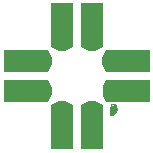
<source format=gbr>
G04 DipTrace 3.0.0.2*
G04 BottomMask.gbr*
%MOIN*%
G04 #@! TF.FileFunction,Soldermask,Bot*
G04 #@! TF.Part,Single*
%AMOUTLINE1*
4,1,6,
-0.006241,0.037402,
0.018406,0.037402,
0.018406,-0.037402,
-0.006241,-0.037402,
-0.018406,-0.013748,
-0.018406,0.013748,
-0.006241,0.037402,
0*%
%AMOUTLINE4*
4,1,6,
-0.006143,0.037402,
0.018307,0.037402,
0.018307,-0.037402,
-0.006143,-0.037402,
-0.018307,-0.013748,
-0.018307,0.013748,
-0.006143,0.037402,
0*%
%AMOUTLINE7*
4,1,6,
0.037402,0.006241,
0.037402,-0.018406,
-0.037402,-0.018406,
-0.037402,0.006241,
-0.013748,0.018406,
0.013748,0.018406,
0.037402,0.006241,
0*%
%AMOUTLINE16*
4,1,6,
-0.037402,-0.006241,
-0.037402,0.018406,
0.037402,0.018406,
0.037402,-0.006241,
0.013748,-0.018406,
-0.013748,-0.018406,
-0.037402,-0.006241,
0*%
%AMOUTLINE19*
4,1,6,
0.006241,-0.037402,
-0.018406,-0.037402,
-0.018406,0.037402,
0.006241,0.037402,
0.018406,0.013748,
0.018406,-0.013748,
0.006241,-0.037402,
0*%
%AMOUTLINE21*
4,1,35,
-0.01245,-0.021726,
-0.00495,-0.020573,
0.00085,-0.018223,
0.00455,-0.015223,
0.00755,-0.012223,
0.01005,-0.007793,
0.01105,-0.005223,
0.01185,-0.001474,
0.012249,0.000526,
0.01245,0.003777,
0.01155,0.006327,
0.01005,0.007827,
0.00905,0.008827,
0.00855,0.011344,
0.008749,0.012344,
0.009337,0.014344,
0.01055,0.015425,
0.007337,0.019327,
0.004337,0.017344,
0.003636,0.017344,
0.002219,0.020827,
0.00005,0.021327,
-0.00395,0.021726,
0.000249,0.011777,
0.000249,0.010526,
-0.00005,0.008827,
-0.00095,0.008425,
-0.00295,0.009226,
-0.00545,0.013777,
-0.00824,0.020526,
-0.01024,0.019526,
-0.012379,0.017026,
-0.00945,0.009526,
-0.01095,0.009777,
-0.01245,0.009777,
-0.01245,-0.021726,
0*%
%ADD39R,0.074803X0.086614*%
%ADD41R,0.086614X0.074803*%
%ADD49R,0.074803X0.087874*%
%ADD51R,0.074803X0.070866*%
%ADD53R,0.087874X0.074803*%
%ADD55R,0.070866X0.074803*%
%ADD64OUTLINE1*%
%ADD67OUTLINE4*%
%ADD70OUTLINE7*%
%ADD79OUTLINE16*%
%ADD82OUTLINE19*%
%ADD84OUTLINE21*%
%FSLAX26Y26*%
G04*
G70*
G90*
G75*
G01*
G04 BotMask*
%LPD*%
D55*
X390000Y190000D3*
Y290000D3*
D53*
X440000Y190000D3*
Y290000D3*
D64*
X344232D3*
D67*
X344134Y190000D3*
D51*
X290000Y90000D3*
X190000D3*
D70*
Y135768D3*
X290000D3*
D49*
Y40000D3*
X190000D3*
D51*
Y390000D3*
X290000D3*
D79*
Y344232D3*
X190000D3*
D49*
Y440000D3*
X290000D3*
D55*
X90000Y190000D3*
Y290000D3*
D82*
X135768D3*
Y190000D3*
D53*
X40000D3*
Y290000D3*
D84*
X364734Y127794D3*
D41*
X79370Y290000D3*
Y190000D3*
D39*
X290000Y400630D3*
X190000D3*
D41*
X400630Y290000D3*
Y190000D3*
D39*
X190000Y79370D3*
X290000D3*
M02*

</source>
